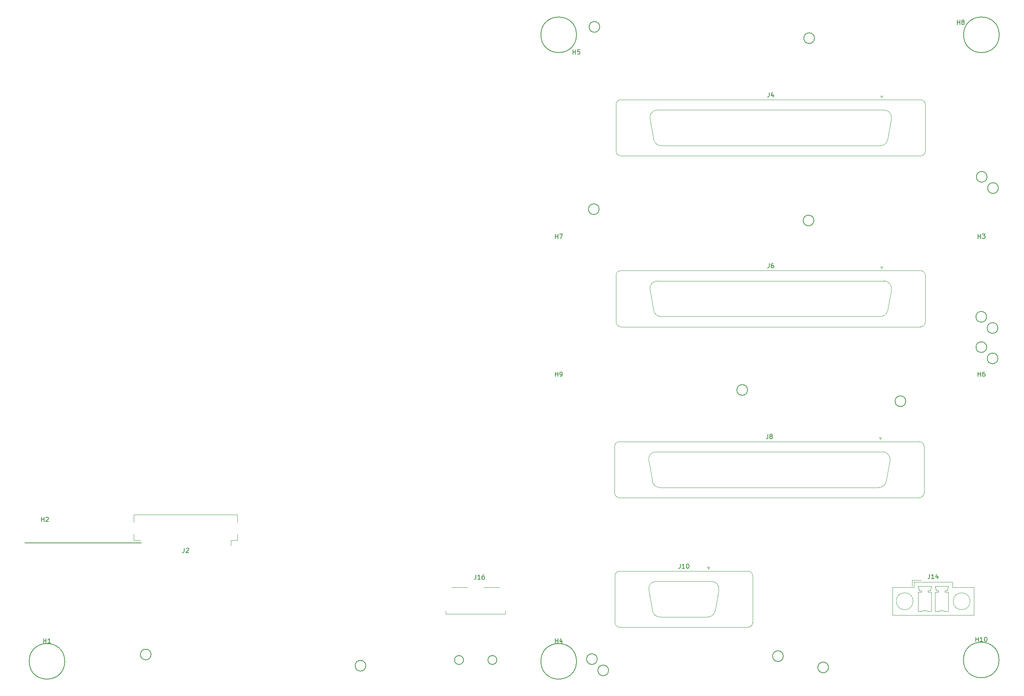
<source format=gbr>
%TF.GenerationSoftware,KiCad,Pcbnew,(7.0.0)*%
%TF.CreationDate,2025-01-08T14:06:24+03:30*%
%TF.ProjectId,tester interface,74657374-6572-4206-996e-746572666163,rev?*%
%TF.SameCoordinates,Original*%
%TF.FileFunction,Legend,Top*%
%TF.FilePolarity,Positive*%
%FSLAX46Y46*%
G04 Gerber Fmt 4.6, Leading zero omitted, Abs format (unit mm)*
G04 Created by KiCad (PCBNEW (7.0.0)) date 2025-01-08 14:06:24*
%MOMM*%
%LPD*%
G01*
G04 APERTURE LIST*
%ADD10C,0.150000*%
%ADD11C,0.120000*%
G04 APERTURE END LIST*
D10*
X258500000Y-166815000D02*
G75*
G03*
X258500000Y-166815000I-4000000J0D01*
G01*
X201975000Y-106045000D02*
G75*
G03*
X201975000Y-106045000I-1200000J0D01*
G01*
X258540000Y-26120000D02*
G75*
G03*
X258540000Y-26120000I-4000000J0D01*
G01*
X255800000Y-58080000D02*
G75*
G03*
X255800000Y-58080000I-1200000J0D01*
G01*
X138140000Y-166820000D02*
G75*
G03*
X138140000Y-166820000I-1000000J0D01*
G01*
X258340000Y-60620000D02*
G75*
G03*
X258340000Y-60620000I-1200000J0D01*
G01*
X216891133Y-67906132D02*
G75*
G03*
X216891133Y-67906132I-1200000J0D01*
G01*
X168765000Y-24345000D02*
G75*
G03*
X168765000Y-24345000I-1200000J0D01*
G01*
X210020000Y-165955000D02*
G75*
G03*
X210020000Y-165955000I-1200000J0D01*
G01*
X116196133Y-168116132D02*
G75*
G03*
X116196133Y-168116132I-1200000J0D01*
G01*
X163540000Y-26120000D02*
G75*
G03*
X163540000Y-26120000I-4000000J0D01*
G01*
X163540000Y-167120000D02*
G75*
G03*
X163540000Y-167120000I-4000000J0D01*
G01*
X258251133Y-98941132D02*
G75*
G03*
X258251133Y-98941132I-1200000J0D01*
G01*
X258236133Y-92116132D02*
G75*
G03*
X258236133Y-92116132I-1200000J0D01*
G01*
X168200000Y-166620000D02*
G75*
G03*
X168200000Y-166620000I-1200000J0D01*
G01*
X48540000Y-167120000D02*
G75*
G03*
X48540000Y-167120000I-4000000J0D01*
G01*
X220176133Y-168491132D02*
G75*
G03*
X220176133Y-168491132I-1200000J0D01*
G01*
X217021133Y-26881132D02*
G75*
G03*
X217021133Y-26881132I-1200000J0D01*
G01*
X255700000Y-89580000D02*
G75*
G03*
X255700000Y-89580000I-1200000J0D01*
G01*
X237531133Y-108581132D02*
G75*
G03*
X237531133Y-108581132I-1200000J0D01*
G01*
X170740000Y-169160000D02*
G75*
G03*
X170740000Y-169160000I-1200000J0D01*
G01*
X145636133Y-166816132D02*
G75*
G03*
X145636133Y-166816132I-1000000J0D01*
G01*
X168635000Y-65370000D02*
G75*
G03*
X168635000Y-65370000I-1200000J0D01*
G01*
X67940000Y-165580000D02*
G75*
G03*
X67940000Y-165580000I-1200000J0D01*
G01*
X39540000Y-140470000D02*
X65750000Y-140470000D01*
X255715000Y-96405000D02*
G75*
G03*
X255715000Y-96405000I-1200000J0D01*
G01*
%TO.C,J10*%
X186852742Y-145186813D02*
X186852742Y-145901099D01*
X186852742Y-145901099D02*
X186805123Y-146043956D01*
X186805123Y-146043956D02*
X186709885Y-146139194D01*
X186709885Y-146139194D02*
X186567028Y-146186813D01*
X186567028Y-146186813D02*
X186471790Y-146186813D01*
X187852742Y-146186813D02*
X187281314Y-146186813D01*
X187567028Y-146186813D02*
X187567028Y-145186813D01*
X187567028Y-145186813D02*
X187471790Y-145329671D01*
X187471790Y-145329671D02*
X187376552Y-145424909D01*
X187376552Y-145424909D02*
X187281314Y-145472528D01*
X188471790Y-145186813D02*
X188567028Y-145186813D01*
X188567028Y-145186813D02*
X188662266Y-145234433D01*
X188662266Y-145234433D02*
X188709885Y-145282052D01*
X188709885Y-145282052D02*
X188757504Y-145377290D01*
X188757504Y-145377290D02*
X188805123Y-145567766D01*
X188805123Y-145567766D02*
X188805123Y-145805861D01*
X188805123Y-145805861D02*
X188757504Y-145996337D01*
X188757504Y-145996337D02*
X188709885Y-146091575D01*
X188709885Y-146091575D02*
X188662266Y-146139194D01*
X188662266Y-146139194D02*
X188567028Y-146186813D01*
X188567028Y-146186813D02*
X188471790Y-146186813D01*
X188471790Y-146186813D02*
X188376552Y-146139194D01*
X188376552Y-146139194D02*
X188328933Y-146091575D01*
X188328933Y-146091575D02*
X188281314Y-145996337D01*
X188281314Y-145996337D02*
X188233695Y-145805861D01*
X188233695Y-145805861D02*
X188233695Y-145567766D01*
X188233695Y-145567766D02*
X188281314Y-145377290D01*
X188281314Y-145377290D02*
X188328933Y-145282052D01*
X188328933Y-145282052D02*
X188376552Y-145234433D01*
X188376552Y-145234433D02*
X188471790Y-145186813D01*
%TO.C,J2*%
X75382799Y-141653512D02*
X75382799Y-142367798D01*
X75382799Y-142367798D02*
X75335180Y-142510655D01*
X75335180Y-142510655D02*
X75239942Y-142605893D01*
X75239942Y-142605893D02*
X75097085Y-142653512D01*
X75097085Y-142653512D02*
X75001847Y-142653512D01*
X75811371Y-141748751D02*
X75858990Y-141701132D01*
X75858990Y-141701132D02*
X75954228Y-141653512D01*
X75954228Y-141653512D02*
X76192323Y-141653512D01*
X76192323Y-141653512D02*
X76287561Y-141701132D01*
X76287561Y-141701132D02*
X76335180Y-141748751D01*
X76335180Y-141748751D02*
X76382799Y-141843989D01*
X76382799Y-141843989D02*
X76382799Y-141939227D01*
X76382799Y-141939227D02*
X76335180Y-142082084D01*
X76335180Y-142082084D02*
X75763752Y-142653512D01*
X75763752Y-142653512D02*
X76382799Y-142653512D01*
%TO.C,H2*%
X43308095Y-135667380D02*
X43308095Y-134667380D01*
X43308095Y-135143571D02*
X43879523Y-135143571D01*
X43879523Y-135667380D02*
X43879523Y-134667380D01*
X44308095Y-134762619D02*
X44355714Y-134715000D01*
X44355714Y-134715000D02*
X44450952Y-134667380D01*
X44450952Y-134667380D02*
X44689047Y-134667380D01*
X44689047Y-134667380D02*
X44784285Y-134715000D01*
X44784285Y-134715000D02*
X44831904Y-134762619D01*
X44831904Y-134762619D02*
X44879523Y-134857857D01*
X44879523Y-134857857D02*
X44879523Y-134953095D01*
X44879523Y-134953095D02*
X44831904Y-135095952D01*
X44831904Y-135095952D02*
X44260476Y-135667380D01*
X44260476Y-135667380D02*
X44879523Y-135667380D01*
%TO.C,H9*%
X158778095Y-102987380D02*
X158778095Y-101987380D01*
X158778095Y-102463571D02*
X159349523Y-102463571D01*
X159349523Y-102987380D02*
X159349523Y-101987380D01*
X159873333Y-102987380D02*
X160063809Y-102987380D01*
X160063809Y-102987380D02*
X160159047Y-102939761D01*
X160159047Y-102939761D02*
X160206666Y-102892142D01*
X160206666Y-102892142D02*
X160301904Y-102749285D01*
X160301904Y-102749285D02*
X160349523Y-102558809D01*
X160349523Y-102558809D02*
X160349523Y-102177857D01*
X160349523Y-102177857D02*
X160301904Y-102082619D01*
X160301904Y-102082619D02*
X160254285Y-102035000D01*
X160254285Y-102035000D02*
X160159047Y-101987380D01*
X160159047Y-101987380D02*
X159968571Y-101987380D01*
X159968571Y-101987380D02*
X159873333Y-102035000D01*
X159873333Y-102035000D02*
X159825714Y-102082619D01*
X159825714Y-102082619D02*
X159778095Y-102177857D01*
X159778095Y-102177857D02*
X159778095Y-102415952D01*
X159778095Y-102415952D02*
X159825714Y-102511190D01*
X159825714Y-102511190D02*
X159873333Y-102558809D01*
X159873333Y-102558809D02*
X159968571Y-102606428D01*
X159968571Y-102606428D02*
X160159047Y-102606428D01*
X160159047Y-102606428D02*
X160254285Y-102558809D01*
X160254285Y-102558809D02*
X160301904Y-102511190D01*
X160301904Y-102511190D02*
X160349523Y-102415952D01*
%TO.C,H4*%
X158774228Y-162983512D02*
X158774228Y-161983512D01*
X158774228Y-162459703D02*
X159345656Y-162459703D01*
X159345656Y-162983512D02*
X159345656Y-161983512D01*
X160250418Y-162316846D02*
X160250418Y-162983512D01*
X160012323Y-161935893D02*
X159774228Y-162650179D01*
X159774228Y-162650179D02*
X160393275Y-162650179D01*
%TO.C,J8*%
X206542799Y-116033512D02*
X206542799Y-116747798D01*
X206542799Y-116747798D02*
X206495180Y-116890655D01*
X206495180Y-116890655D02*
X206399942Y-116985893D01*
X206399942Y-116985893D02*
X206257085Y-117033512D01*
X206257085Y-117033512D02*
X206161847Y-117033512D01*
X207161847Y-116462084D02*
X207066609Y-116414465D01*
X207066609Y-116414465D02*
X207018990Y-116366846D01*
X207018990Y-116366846D02*
X206971371Y-116271608D01*
X206971371Y-116271608D02*
X206971371Y-116223989D01*
X206971371Y-116223989D02*
X207018990Y-116128751D01*
X207018990Y-116128751D02*
X207066609Y-116081132D01*
X207066609Y-116081132D02*
X207161847Y-116033512D01*
X207161847Y-116033512D02*
X207352323Y-116033512D01*
X207352323Y-116033512D02*
X207447561Y-116081132D01*
X207447561Y-116081132D02*
X207495180Y-116128751D01*
X207495180Y-116128751D02*
X207542799Y-116223989D01*
X207542799Y-116223989D02*
X207542799Y-116271608D01*
X207542799Y-116271608D02*
X207495180Y-116366846D01*
X207495180Y-116366846D02*
X207447561Y-116414465D01*
X207447561Y-116414465D02*
X207352323Y-116462084D01*
X207352323Y-116462084D02*
X207161847Y-116462084D01*
X207161847Y-116462084D02*
X207066609Y-116509703D01*
X207066609Y-116509703D02*
X207018990Y-116557322D01*
X207018990Y-116557322D02*
X206971371Y-116652560D01*
X206971371Y-116652560D02*
X206971371Y-116843036D01*
X206971371Y-116843036D02*
X207018990Y-116938274D01*
X207018990Y-116938274D02*
X207066609Y-116985893D01*
X207066609Y-116985893D02*
X207161847Y-117033512D01*
X207161847Y-117033512D02*
X207352323Y-117033512D01*
X207352323Y-117033512D02*
X207447561Y-116985893D01*
X207447561Y-116985893D02*
X207495180Y-116938274D01*
X207495180Y-116938274D02*
X207542799Y-116843036D01*
X207542799Y-116843036D02*
X207542799Y-116652560D01*
X207542799Y-116652560D02*
X207495180Y-116557322D01*
X207495180Y-116557322D02*
X207447561Y-116509703D01*
X207447561Y-116509703D02*
X207352323Y-116462084D01*
%TO.C,H7*%
X158778095Y-71987380D02*
X158778095Y-70987380D01*
X158778095Y-71463571D02*
X159349523Y-71463571D01*
X159349523Y-71987380D02*
X159349523Y-70987380D01*
X159730476Y-70987380D02*
X160397142Y-70987380D01*
X160397142Y-70987380D02*
X159968571Y-71987380D01*
%TO.C,H5*%
X162738095Y-30487380D02*
X162738095Y-29487380D01*
X162738095Y-29963571D02*
X163309523Y-29963571D01*
X163309523Y-30487380D02*
X163309523Y-29487380D01*
X164261904Y-29487380D02*
X163785714Y-29487380D01*
X163785714Y-29487380D02*
X163738095Y-29963571D01*
X163738095Y-29963571D02*
X163785714Y-29915952D01*
X163785714Y-29915952D02*
X163880952Y-29868333D01*
X163880952Y-29868333D02*
X164119047Y-29868333D01*
X164119047Y-29868333D02*
X164214285Y-29915952D01*
X164214285Y-29915952D02*
X164261904Y-29963571D01*
X164261904Y-29963571D02*
X164309523Y-30058809D01*
X164309523Y-30058809D02*
X164309523Y-30296904D01*
X164309523Y-30296904D02*
X164261904Y-30392142D01*
X164261904Y-30392142D02*
X164214285Y-30439761D01*
X164214285Y-30439761D02*
X164119047Y-30487380D01*
X164119047Y-30487380D02*
X163880952Y-30487380D01*
X163880952Y-30487380D02*
X163785714Y-30439761D01*
X163785714Y-30439761D02*
X163738095Y-30392142D01*
%TO.C,H10*%
X253258038Y-162678512D02*
X253258038Y-161678512D01*
X253258038Y-162154703D02*
X253829466Y-162154703D01*
X253829466Y-162678512D02*
X253829466Y-161678512D01*
X254829466Y-162678512D02*
X254258038Y-162678512D01*
X254543752Y-162678512D02*
X254543752Y-161678512D01*
X254543752Y-161678512D02*
X254448514Y-161821370D01*
X254448514Y-161821370D02*
X254353276Y-161916608D01*
X254353276Y-161916608D02*
X254258038Y-161964227D01*
X255448514Y-161678512D02*
X255543752Y-161678512D01*
X255543752Y-161678512D02*
X255638990Y-161726132D01*
X255638990Y-161726132D02*
X255686609Y-161773751D01*
X255686609Y-161773751D02*
X255734228Y-161868989D01*
X255734228Y-161868989D02*
X255781847Y-162059465D01*
X255781847Y-162059465D02*
X255781847Y-162297560D01*
X255781847Y-162297560D02*
X255734228Y-162488036D01*
X255734228Y-162488036D02*
X255686609Y-162583274D01*
X255686609Y-162583274D02*
X255638990Y-162630893D01*
X255638990Y-162630893D02*
X255543752Y-162678512D01*
X255543752Y-162678512D02*
X255448514Y-162678512D01*
X255448514Y-162678512D02*
X255353276Y-162630893D01*
X255353276Y-162630893D02*
X255305657Y-162583274D01*
X255305657Y-162583274D02*
X255258038Y-162488036D01*
X255258038Y-162488036D02*
X255210419Y-162297560D01*
X255210419Y-162297560D02*
X255210419Y-162059465D01*
X255210419Y-162059465D02*
X255258038Y-161868989D01*
X255258038Y-161868989D02*
X255305657Y-161773751D01*
X255305657Y-161773751D02*
X255353276Y-161726132D01*
X255353276Y-161726132D02*
X255448514Y-161678512D01*
%TO.C,J4*%
X206852799Y-39113512D02*
X206852799Y-39827798D01*
X206852799Y-39827798D02*
X206805180Y-39970655D01*
X206805180Y-39970655D02*
X206709942Y-40065893D01*
X206709942Y-40065893D02*
X206567085Y-40113512D01*
X206567085Y-40113512D02*
X206471847Y-40113512D01*
X207757561Y-39446846D02*
X207757561Y-40113512D01*
X207519466Y-39065893D02*
X207281371Y-39780179D01*
X207281371Y-39780179D02*
X207900418Y-39780179D01*
%TO.C,H6*%
X253778095Y-102987380D02*
X253778095Y-101987380D01*
X253778095Y-102463571D02*
X254349523Y-102463571D01*
X254349523Y-102987380D02*
X254349523Y-101987380D01*
X255254285Y-101987380D02*
X255063809Y-101987380D01*
X255063809Y-101987380D02*
X254968571Y-102035000D01*
X254968571Y-102035000D02*
X254920952Y-102082619D01*
X254920952Y-102082619D02*
X254825714Y-102225476D01*
X254825714Y-102225476D02*
X254778095Y-102415952D01*
X254778095Y-102415952D02*
X254778095Y-102796904D01*
X254778095Y-102796904D02*
X254825714Y-102892142D01*
X254825714Y-102892142D02*
X254873333Y-102939761D01*
X254873333Y-102939761D02*
X254968571Y-102987380D01*
X254968571Y-102987380D02*
X255159047Y-102987380D01*
X255159047Y-102987380D02*
X255254285Y-102939761D01*
X255254285Y-102939761D02*
X255301904Y-102892142D01*
X255301904Y-102892142D02*
X255349523Y-102796904D01*
X255349523Y-102796904D02*
X255349523Y-102558809D01*
X255349523Y-102558809D02*
X255301904Y-102463571D01*
X255301904Y-102463571D02*
X255254285Y-102415952D01*
X255254285Y-102415952D02*
X255159047Y-102368333D01*
X255159047Y-102368333D02*
X254968571Y-102368333D01*
X254968571Y-102368333D02*
X254873333Y-102415952D01*
X254873333Y-102415952D02*
X254825714Y-102463571D01*
X254825714Y-102463571D02*
X254778095Y-102558809D01*
%TO.C,H1*%
X43774228Y-162983512D02*
X43774228Y-161983512D01*
X43774228Y-162459703D02*
X44345656Y-162459703D01*
X44345656Y-162983512D02*
X44345656Y-161983512D01*
X45345656Y-162983512D02*
X44774228Y-162983512D01*
X45059942Y-162983512D02*
X45059942Y-161983512D01*
X45059942Y-161983512D02*
X44964704Y-162126370D01*
X44964704Y-162126370D02*
X44869466Y-162221608D01*
X44869466Y-162221608D02*
X44774228Y-162269227D01*
%TO.C,J6*%
X206852799Y-77573512D02*
X206852799Y-78287798D01*
X206852799Y-78287798D02*
X206805180Y-78430655D01*
X206805180Y-78430655D02*
X206709942Y-78525893D01*
X206709942Y-78525893D02*
X206567085Y-78573512D01*
X206567085Y-78573512D02*
X206471847Y-78573512D01*
X207757561Y-77573512D02*
X207567085Y-77573512D01*
X207567085Y-77573512D02*
X207471847Y-77621132D01*
X207471847Y-77621132D02*
X207424228Y-77668751D01*
X207424228Y-77668751D02*
X207328990Y-77811608D01*
X207328990Y-77811608D02*
X207281371Y-78002084D01*
X207281371Y-78002084D02*
X207281371Y-78383036D01*
X207281371Y-78383036D02*
X207328990Y-78478274D01*
X207328990Y-78478274D02*
X207376609Y-78525893D01*
X207376609Y-78525893D02*
X207471847Y-78573512D01*
X207471847Y-78573512D02*
X207662323Y-78573512D01*
X207662323Y-78573512D02*
X207757561Y-78525893D01*
X207757561Y-78525893D02*
X207805180Y-78478274D01*
X207805180Y-78478274D02*
X207852799Y-78383036D01*
X207852799Y-78383036D02*
X207852799Y-78144941D01*
X207852799Y-78144941D02*
X207805180Y-78049703D01*
X207805180Y-78049703D02*
X207757561Y-78002084D01*
X207757561Y-78002084D02*
X207662323Y-77954465D01*
X207662323Y-77954465D02*
X207471847Y-77954465D01*
X207471847Y-77954465D02*
X207376609Y-78002084D01*
X207376609Y-78002084D02*
X207328990Y-78049703D01*
X207328990Y-78049703D02*
X207281371Y-78144941D01*
%TO.C,J16*%
X140926609Y-147666012D02*
X140926609Y-148380298D01*
X140926609Y-148380298D02*
X140878990Y-148523155D01*
X140878990Y-148523155D02*
X140783752Y-148618393D01*
X140783752Y-148618393D02*
X140640895Y-148666012D01*
X140640895Y-148666012D02*
X140545657Y-148666012D01*
X141926609Y-148666012D02*
X141355181Y-148666012D01*
X141640895Y-148666012D02*
X141640895Y-147666012D01*
X141640895Y-147666012D02*
X141545657Y-147808870D01*
X141545657Y-147808870D02*
X141450419Y-147904108D01*
X141450419Y-147904108D02*
X141355181Y-147951727D01*
X142783752Y-147666012D02*
X142593276Y-147666012D01*
X142593276Y-147666012D02*
X142498038Y-147713632D01*
X142498038Y-147713632D02*
X142450419Y-147761251D01*
X142450419Y-147761251D02*
X142355181Y-147904108D01*
X142355181Y-147904108D02*
X142307562Y-148094584D01*
X142307562Y-148094584D02*
X142307562Y-148475536D01*
X142307562Y-148475536D02*
X142355181Y-148570774D01*
X142355181Y-148570774D02*
X142402800Y-148618393D01*
X142402800Y-148618393D02*
X142498038Y-148666012D01*
X142498038Y-148666012D02*
X142688514Y-148666012D01*
X142688514Y-148666012D02*
X142783752Y-148618393D01*
X142783752Y-148618393D02*
X142831371Y-148570774D01*
X142831371Y-148570774D02*
X142878990Y-148475536D01*
X142878990Y-148475536D02*
X142878990Y-148237441D01*
X142878990Y-148237441D02*
X142831371Y-148142203D01*
X142831371Y-148142203D02*
X142783752Y-148094584D01*
X142783752Y-148094584D02*
X142688514Y-148046965D01*
X142688514Y-148046965D02*
X142498038Y-148046965D01*
X142498038Y-148046965D02*
X142402800Y-148094584D01*
X142402800Y-148094584D02*
X142355181Y-148142203D01*
X142355181Y-148142203D02*
X142307562Y-148237441D01*
%TO.C,H8*%
X249118095Y-23807380D02*
X249118095Y-22807380D01*
X249118095Y-23283571D02*
X249689523Y-23283571D01*
X249689523Y-23807380D02*
X249689523Y-22807380D01*
X250308571Y-23235952D02*
X250213333Y-23188333D01*
X250213333Y-23188333D02*
X250165714Y-23140714D01*
X250165714Y-23140714D02*
X250118095Y-23045476D01*
X250118095Y-23045476D02*
X250118095Y-22997857D01*
X250118095Y-22997857D02*
X250165714Y-22902619D01*
X250165714Y-22902619D02*
X250213333Y-22855000D01*
X250213333Y-22855000D02*
X250308571Y-22807380D01*
X250308571Y-22807380D02*
X250499047Y-22807380D01*
X250499047Y-22807380D02*
X250594285Y-22855000D01*
X250594285Y-22855000D02*
X250641904Y-22902619D01*
X250641904Y-22902619D02*
X250689523Y-22997857D01*
X250689523Y-22997857D02*
X250689523Y-23045476D01*
X250689523Y-23045476D02*
X250641904Y-23140714D01*
X250641904Y-23140714D02*
X250594285Y-23188333D01*
X250594285Y-23188333D02*
X250499047Y-23235952D01*
X250499047Y-23235952D02*
X250308571Y-23235952D01*
X250308571Y-23235952D02*
X250213333Y-23283571D01*
X250213333Y-23283571D02*
X250165714Y-23331190D01*
X250165714Y-23331190D02*
X250118095Y-23426428D01*
X250118095Y-23426428D02*
X250118095Y-23616904D01*
X250118095Y-23616904D02*
X250165714Y-23712142D01*
X250165714Y-23712142D02*
X250213333Y-23759761D01*
X250213333Y-23759761D02*
X250308571Y-23807380D01*
X250308571Y-23807380D02*
X250499047Y-23807380D01*
X250499047Y-23807380D02*
X250594285Y-23759761D01*
X250594285Y-23759761D02*
X250641904Y-23712142D01*
X250641904Y-23712142D02*
X250689523Y-23616904D01*
X250689523Y-23616904D02*
X250689523Y-23426428D01*
X250689523Y-23426428D02*
X250641904Y-23331190D01*
X250641904Y-23331190D02*
X250594285Y-23283571D01*
X250594285Y-23283571D02*
X250499047Y-23235952D01*
%TO.C,H3*%
X253778095Y-71987380D02*
X253778095Y-70987380D01*
X253778095Y-71463571D02*
X254349523Y-71463571D01*
X254349523Y-71987380D02*
X254349523Y-70987380D01*
X254730476Y-70987380D02*
X255349523Y-70987380D01*
X255349523Y-70987380D02*
X255016190Y-71368333D01*
X255016190Y-71368333D02*
X255159047Y-71368333D01*
X255159047Y-71368333D02*
X255254285Y-71415952D01*
X255254285Y-71415952D02*
X255301904Y-71463571D01*
X255301904Y-71463571D02*
X255349523Y-71558809D01*
X255349523Y-71558809D02*
X255349523Y-71796904D01*
X255349523Y-71796904D02*
X255301904Y-71892142D01*
X255301904Y-71892142D02*
X255254285Y-71939761D01*
X255254285Y-71939761D02*
X255159047Y-71987380D01*
X255159047Y-71987380D02*
X254873333Y-71987380D01*
X254873333Y-71987380D02*
X254778095Y-71939761D01*
X254778095Y-71939761D02*
X254730476Y-71892142D01*
%TO.C,J14*%
X242886609Y-147523512D02*
X242886609Y-148237798D01*
X242886609Y-148237798D02*
X242838990Y-148380655D01*
X242838990Y-148380655D02*
X242743752Y-148475893D01*
X242743752Y-148475893D02*
X242600895Y-148523512D01*
X242600895Y-148523512D02*
X242505657Y-148523512D01*
X243886609Y-148523512D02*
X243315181Y-148523512D01*
X243600895Y-148523512D02*
X243600895Y-147523512D01*
X243600895Y-147523512D02*
X243505657Y-147666370D01*
X243505657Y-147666370D02*
X243410419Y-147761608D01*
X243410419Y-147761608D02*
X243315181Y-147809227D01*
X244743752Y-147856846D02*
X244743752Y-148523512D01*
X244505657Y-147475893D02*
X244267562Y-148190179D01*
X244267562Y-148190179D02*
X244886609Y-148190179D01*
D11*
%TO.C,J10*%
X172177266Y-158379433D02*
X172177266Y-147879433D01*
X173237266Y-146819433D02*
X202087266Y-146819433D01*
X179795796Y-151067689D02*
X180624533Y-155767689D01*
X181430577Y-149119433D02*
X193893955Y-149119433D01*
X182259314Y-157139433D02*
X193065218Y-157139433D01*
X192952266Y-145925095D02*
X193452266Y-145925095D01*
X193202266Y-146358108D02*
X192952266Y-145925095D01*
X193452266Y-145925095D02*
X193202266Y-146358108D01*
X195528736Y-151067689D02*
X194699999Y-155767689D01*
X202087266Y-159439433D02*
X173237266Y-159439433D01*
X203147266Y-147879433D02*
X203147266Y-158379433D01*
X173237266Y-146819433D02*
G75*
G03*
X172177266Y-147879433I1J-1060001D01*
G01*
X172177266Y-158379433D02*
G75*
G03*
X173237266Y-159439433I1060001J1D01*
G01*
X181430577Y-149119433D02*
G75*
G03*
X179795796Y-151067689I-1J-1659999D01*
G01*
X180624533Y-155767689D02*
G75*
G03*
X182259314Y-157139433I1634780J288255D01*
G01*
X195528737Y-151067689D02*
G75*
G03*
X193893955Y-149119433I-1634781J288256D01*
G01*
X193065218Y-157139432D02*
G75*
G03*
X194699998Y-155767689I1J1659998D01*
G01*
X203147266Y-147879433D02*
G75*
G03*
X202087266Y-146819433I-1060000J0D01*
G01*
X202087266Y-159439433D02*
G75*
G03*
X203147266Y-158379433I0J1060000D01*
G01*
%TO.C,J2*%
X87366133Y-139886132D02*
X87366133Y-138546132D01*
X87366133Y-135826132D02*
X87366133Y-134086132D01*
X87366133Y-134086132D02*
X64066133Y-134086132D01*
X85876133Y-139886132D02*
X87366133Y-139886132D01*
X85876133Y-139886132D02*
X85876133Y-141086132D01*
X65556133Y-139886132D02*
X64066133Y-139886132D01*
X64066133Y-139886132D02*
X64066133Y-138546132D01*
X64066133Y-134086132D02*
X64066133Y-135826132D01*
%TO.C,J8*%
X172116133Y-129226132D02*
X172116133Y-118726132D01*
X173176133Y-117666132D02*
X240576133Y-117666132D01*
X179759663Y-121914388D02*
X180588400Y-126614388D01*
X181394444Y-119966132D02*
X232357822Y-119966132D01*
X182223181Y-127986132D02*
X231529085Y-127986132D01*
X231556133Y-116771794D02*
X232056133Y-116771794D01*
X231806133Y-117204807D02*
X231556133Y-116771794D01*
X232056133Y-116771794D02*
X231806133Y-117204807D01*
X233992603Y-121914388D02*
X233163866Y-126614388D01*
X240576133Y-130286132D02*
X173176133Y-130286132D01*
X241636133Y-118726132D02*
X241636133Y-129226132D01*
X173176133Y-117666132D02*
G75*
G03*
X172116133Y-118726132I1J-1060001D01*
G01*
X172116133Y-129226132D02*
G75*
G03*
X173176133Y-130286132I1060001J1D01*
G01*
X181394444Y-119966132D02*
G75*
G03*
X179759663Y-121914388I-1J-1659999D01*
G01*
X180588400Y-126614388D02*
G75*
G03*
X182223181Y-127986132I1634780J288255D01*
G01*
X233992604Y-121914388D02*
G75*
G03*
X232357822Y-119966132I-1634781J288256D01*
G01*
X231529085Y-127986131D02*
G75*
G03*
X233163865Y-126614388I1J1659998D01*
G01*
X241636133Y-118726132D02*
G75*
G03*
X240576133Y-117666132I-1060000J0D01*
G01*
X240576133Y-130286132D02*
G75*
G03*
X241636133Y-129226132I0J1060000D01*
G01*
%TO.C,J4*%
X172426133Y-52306132D02*
X172426133Y-41806132D01*
X173486133Y-40746132D02*
X240886133Y-40746132D01*
X180069663Y-44994388D02*
X180898400Y-49694388D01*
X181704444Y-43046132D02*
X232667822Y-43046132D01*
X182533181Y-51066132D02*
X231839085Y-51066132D01*
X231866133Y-39851794D02*
X232366133Y-39851794D01*
X232116133Y-40284807D02*
X231866133Y-39851794D01*
X232366133Y-39851794D02*
X232116133Y-40284807D01*
X234302603Y-44994388D02*
X233473866Y-49694388D01*
X240886133Y-53366132D02*
X173486133Y-53366132D01*
X241946133Y-41806132D02*
X241946133Y-52306132D01*
X173486133Y-40746132D02*
G75*
G03*
X172426133Y-41806132I1J-1060001D01*
G01*
X172426133Y-52306132D02*
G75*
G03*
X173486133Y-53366132I1060001J1D01*
G01*
X181704444Y-43046132D02*
G75*
G03*
X180069663Y-44994388I-1J-1659999D01*
G01*
X180898400Y-49694388D02*
G75*
G03*
X182533181Y-51066132I1634780J288255D01*
G01*
X234302604Y-44994388D02*
G75*
G03*
X232667822Y-43046132I-1634781J288256D01*
G01*
X231839085Y-51066131D02*
G75*
G03*
X233473865Y-49694388I1J1659998D01*
G01*
X241946133Y-41806132D02*
G75*
G03*
X240886133Y-40746132I-1060000J0D01*
G01*
X240886133Y-53366132D02*
G75*
G03*
X241946133Y-52306132I0J1060000D01*
G01*
%TO.C,J6*%
X172426133Y-90766132D02*
X172426133Y-80266132D01*
X173486133Y-79206132D02*
X240886133Y-79206132D01*
X180069663Y-83454388D02*
X180898400Y-88154388D01*
X181704444Y-81506132D02*
X232667822Y-81506132D01*
X182533181Y-89526132D02*
X231839085Y-89526132D01*
X231866133Y-78311794D02*
X232366133Y-78311794D01*
X232116133Y-78744807D02*
X231866133Y-78311794D01*
X232366133Y-78311794D02*
X232116133Y-78744807D01*
X234302603Y-83454388D02*
X233473866Y-88154388D01*
X240886133Y-91826132D02*
X173486133Y-91826132D01*
X241946133Y-80266132D02*
X241946133Y-90766132D01*
X173486133Y-79206132D02*
G75*
G03*
X172426133Y-80266132I1J-1060001D01*
G01*
X172426133Y-90766132D02*
G75*
G03*
X173486133Y-91826132I1060001J1D01*
G01*
X181704444Y-81506132D02*
G75*
G03*
X180069663Y-83454388I-1J-1659999D01*
G01*
X180898400Y-88154388D02*
G75*
G03*
X182533181Y-89526132I1634780J288255D01*
G01*
X234302604Y-83454388D02*
G75*
G03*
X232667822Y-81506132I-1634781J288256D01*
G01*
X231839085Y-89526131D02*
G75*
G03*
X233473865Y-88154388I1J1659998D01*
G01*
X241946133Y-80266132D02*
G75*
G03*
X240886133Y-79206132I-1060000J0D01*
G01*
X240886133Y-91826132D02*
G75*
G03*
X241946133Y-90766132I0J1060000D01*
G01*
%TO.C,J16*%
X134136133Y-156448632D02*
X134136133Y-155748632D01*
X135386133Y-150448632D02*
X139086133Y-150448632D01*
X146266133Y-150448632D02*
X142586133Y-150448632D01*
X147536133Y-156448632D02*
X134136133Y-156448632D01*
X147536133Y-156448632D02*
X147536133Y-155718632D01*
%TO.C,J14*%
X234586133Y-150496132D02*
X234586133Y-156716132D01*
X234586133Y-156716132D02*
X252816133Y-156716132D01*
X238996133Y-148856132D02*
X240996133Y-148856132D01*
X238996133Y-150106132D02*
X238996133Y-148856132D01*
X239386133Y-149246132D02*
X239386133Y-150496132D01*
X239386133Y-150496132D02*
X234586133Y-150496132D01*
X240296133Y-150206132D02*
X243296133Y-150206132D01*
X240296133Y-151556132D02*
X241046133Y-151556132D01*
X240296133Y-155856132D02*
X240296133Y-151556132D01*
X240546133Y-151206132D02*
X240296133Y-150206132D01*
X241046133Y-151206132D02*
X240546133Y-151206132D01*
X241046133Y-151556132D02*
X241046133Y-151206132D01*
X241046133Y-155856132D02*
X240296133Y-155856132D01*
X242546133Y-151206132D02*
X242546133Y-151556132D01*
X242546133Y-151556132D02*
X243296133Y-151556132D01*
X243046133Y-151206132D02*
X242546133Y-151206132D01*
X243296133Y-150206132D02*
X243046133Y-151206132D01*
X243296133Y-151556132D02*
X243296133Y-155856132D01*
X243296133Y-155856132D02*
X242546133Y-155856132D01*
X244106133Y-150206132D02*
X247106133Y-150206132D01*
X244106133Y-151556132D02*
X244856133Y-151556132D01*
X244106133Y-155856132D02*
X244106133Y-151556132D01*
X244356133Y-151206132D02*
X244106133Y-150206132D01*
X244856133Y-151206132D02*
X244356133Y-151206132D01*
X244856133Y-151556132D02*
X244856133Y-151206132D01*
X244856133Y-155856132D02*
X244106133Y-155856132D01*
X246356133Y-151206132D02*
X246356133Y-151556132D01*
X246356133Y-151556132D02*
X247106133Y-151556132D01*
X246856133Y-151206132D02*
X246356133Y-151206132D01*
X247106133Y-150206132D02*
X246856133Y-151206132D01*
X247106133Y-151556132D02*
X247106133Y-155856132D01*
X247106133Y-155856132D02*
X246356133Y-155856132D01*
X248016133Y-149246132D02*
X239386133Y-149246132D01*
X248016133Y-150496132D02*
X248016133Y-149246132D01*
X252816133Y-150496132D02*
X248016133Y-150496132D01*
X252816133Y-156716132D02*
X252816133Y-150496132D01*
X242545780Y-155855977D02*
G75*
G03*
X241046133Y-155856132I-749647J-1700155D01*
G01*
X246355780Y-155855977D02*
G75*
G03*
X244856133Y-155856132I-749647J-1700155D01*
G01*
X239196133Y-153606132D02*
G75*
G03*
X239196133Y-153606132I-1900000J0D01*
G01*
X252006133Y-153606132D02*
G75*
G03*
X252006133Y-153606132I-1900000J0D01*
G01*
%TD*%
M02*

</source>
